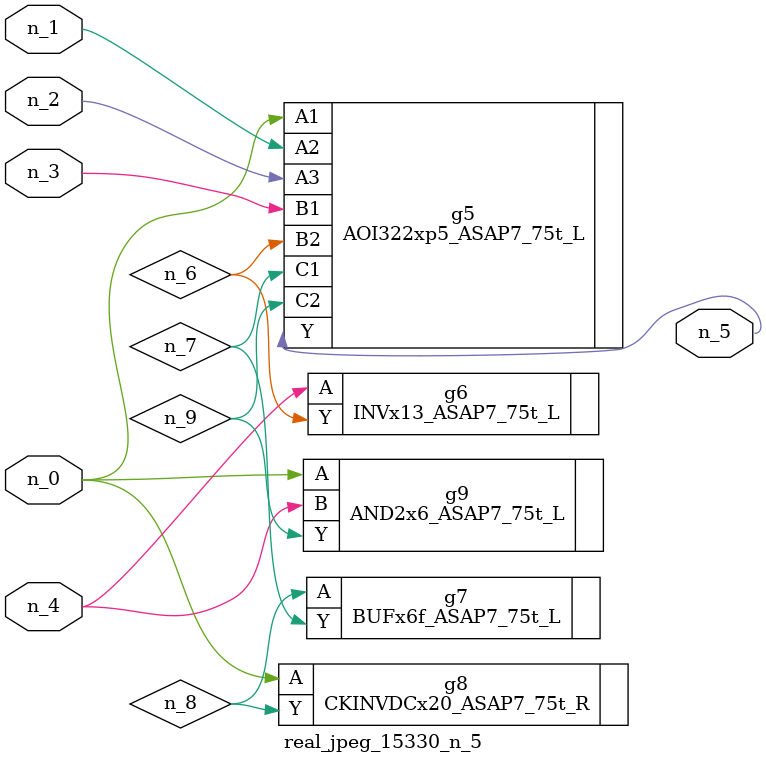
<source format=v>
module real_jpeg_15330_n_5 (n_4, n_0, n_1, n_2, n_3, n_5);

input n_4;
input n_0;
input n_1;
input n_2;
input n_3;

output n_5;

wire n_8;
wire n_6;
wire n_7;
wire n_9;

AOI322xp5_ASAP7_75t_L g5 ( 
.A1(n_0),
.A2(n_1),
.A3(n_2),
.B1(n_3),
.B2(n_6),
.C1(n_7),
.C2(n_9),
.Y(n_5)
);

CKINVDCx20_ASAP7_75t_R g8 ( 
.A(n_0),
.Y(n_8)
);

AND2x6_ASAP7_75t_L g9 ( 
.A(n_0),
.B(n_4),
.Y(n_9)
);

INVx13_ASAP7_75t_L g6 ( 
.A(n_4),
.Y(n_6)
);

BUFx6f_ASAP7_75t_L g7 ( 
.A(n_8),
.Y(n_7)
);


endmodule
</source>
